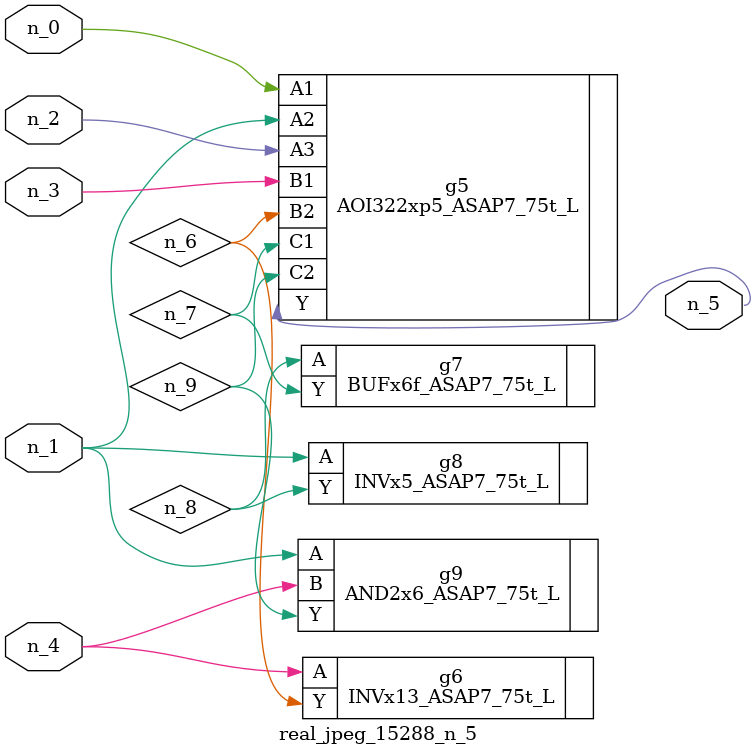
<source format=v>
module real_jpeg_15288_n_5 (n_4, n_0, n_1, n_2, n_3, n_5);

input n_4;
input n_0;
input n_1;
input n_2;
input n_3;

output n_5;

wire n_8;
wire n_6;
wire n_7;
wire n_9;

AOI322xp5_ASAP7_75t_L g5 ( 
.A1(n_0),
.A2(n_1),
.A3(n_2),
.B1(n_3),
.B2(n_6),
.C1(n_7),
.C2(n_9),
.Y(n_5)
);

INVx5_ASAP7_75t_L g8 ( 
.A(n_1),
.Y(n_8)
);

AND2x6_ASAP7_75t_L g9 ( 
.A(n_1),
.B(n_4),
.Y(n_9)
);

INVx13_ASAP7_75t_L g6 ( 
.A(n_4),
.Y(n_6)
);

BUFx6f_ASAP7_75t_L g7 ( 
.A(n_8),
.Y(n_7)
);


endmodule
</source>
